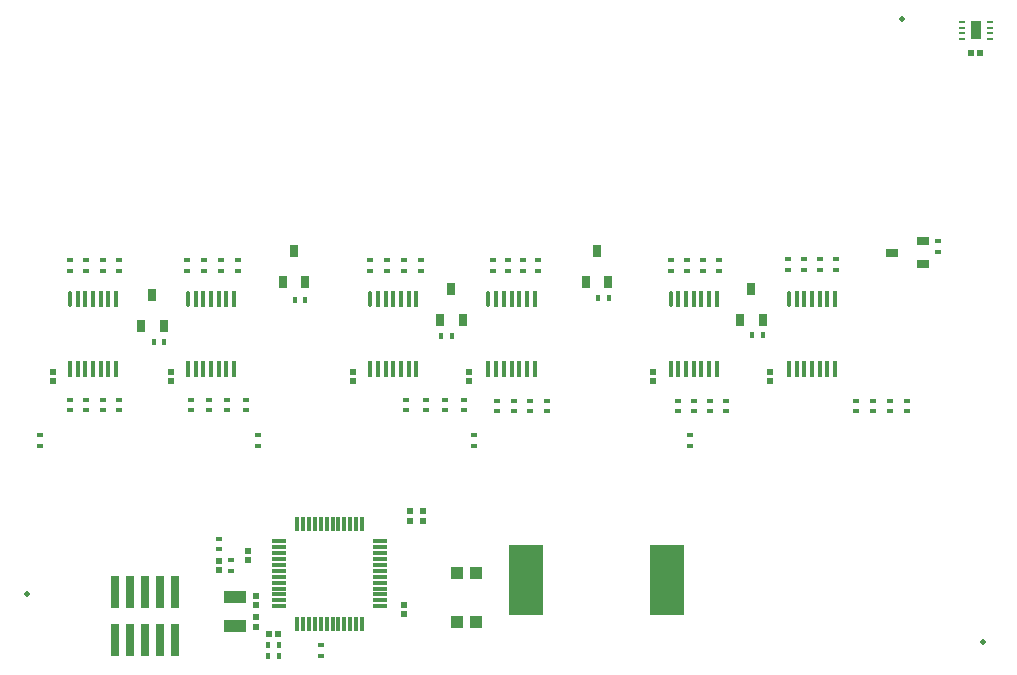
<source format=gbp>
G04*
G04 #@! TF.GenerationSoftware,Altium Limited,Altium Designer,23.9.2 (47)*
G04*
G04 Layer_Color=128*
%FSLAX44Y44*%
%MOMM*%
G71*
G04*
G04 #@! TF.SameCoordinates,77EFA038-BFC7-4AA8-AC78-54DD78BCB62B*
G04*
G04*
G04 #@! TF.FilePolarity,Positive*
G04*
G01*
G75*
%ADD10C,0.5000*%
%ADD29R,0.4500X0.5500*%
%ADD30R,0.7000X1.0000*%
%ADD31R,0.5500X0.4500*%
%ADD32R,1.0000X0.7000*%
%ADD33R,0.5500X0.2500*%
%ADD35R,0.5200X0.5200*%
%ADD36R,0.5200X0.5200*%
%ADD37R,0.3500X1.2000*%
%ADD38R,1.2000X0.3500*%
%ADD39R,0.6500X2.7700*%
%ADD40R,1.9000X1.1000*%
%ADD41R,1.0000X1.0000*%
%ADD42R,0.3500X1.4500*%
%ADD43O,0.3500X1.4500*%
%ADD44R,3.0000X6.0000*%
%ADD62R,0.9000X1.6000*%
D10*
X756000Y547000D02*
D03*
X14924Y60000D02*
D03*
X824000Y19000D02*
D03*
D29*
X498396Y310666D02*
D03*
X507396D02*
D03*
X365500Y278000D02*
D03*
X374500D02*
D03*
X629000Y279000D02*
D03*
X638000D02*
D03*
X241418Y308920D02*
D03*
X250418D02*
D03*
X122000Y273000D02*
D03*
X131000D02*
D03*
X219208Y16684D02*
D03*
X228208D02*
D03*
X219208Y7684D02*
D03*
X228208D02*
D03*
D30*
X121000Y313000D02*
D03*
X130500Y287000D02*
D03*
X111500D02*
D03*
X241000Y350000D02*
D03*
X250500Y324000D02*
D03*
X231500D02*
D03*
X497500Y350000D02*
D03*
X507000Y324000D02*
D03*
X488000D02*
D03*
X374000Y318000D02*
D03*
X383500Y292000D02*
D03*
X364500D02*
D03*
X628000Y318000D02*
D03*
X637500Y292000D02*
D03*
X618500D02*
D03*
D31*
X786000Y349500D02*
D03*
Y358500D02*
D03*
X26000Y194500D02*
D03*
Y185500D02*
D03*
X177137Y106639D02*
D03*
Y97639D02*
D03*
X187431Y79500D02*
D03*
Y88500D02*
D03*
X264000Y7500D02*
D03*
Y16500D02*
D03*
X51000Y342500D02*
D03*
Y333500D02*
D03*
X65000Y342500D02*
D03*
Y333500D02*
D03*
X79000Y342500D02*
D03*
Y333500D02*
D03*
X93000Y342500D02*
D03*
Y333500D02*
D03*
X150000Y342500D02*
D03*
Y333500D02*
D03*
X164333Y342500D02*
D03*
Y333500D02*
D03*
X178667Y342500D02*
D03*
Y333500D02*
D03*
X193000Y342500D02*
D03*
Y333500D02*
D03*
X305000Y342500D02*
D03*
Y333500D02*
D03*
X319333Y342500D02*
D03*
Y333500D02*
D03*
X333667Y342500D02*
D03*
Y333500D02*
D03*
X348000Y342500D02*
D03*
Y333500D02*
D03*
X409000Y342500D02*
D03*
Y333500D02*
D03*
X421667Y342500D02*
D03*
Y333500D02*
D03*
X434333Y342500D02*
D03*
Y333500D02*
D03*
X447000Y342500D02*
D03*
Y333500D02*
D03*
X51000Y215500D02*
D03*
Y224500D02*
D03*
X65000Y215500D02*
D03*
Y224500D02*
D03*
X79000Y215500D02*
D03*
Y224500D02*
D03*
X93000Y215500D02*
D03*
Y224500D02*
D03*
X153217Y215500D02*
D03*
Y224500D02*
D03*
X168811Y215500D02*
D03*
Y224500D02*
D03*
X184405Y215500D02*
D03*
Y224500D02*
D03*
X200000Y215500D02*
D03*
Y224500D02*
D03*
X210000Y194500D02*
D03*
Y185500D02*
D03*
X336000Y215500D02*
D03*
Y224500D02*
D03*
X352333Y215500D02*
D03*
Y224500D02*
D03*
X368667Y215500D02*
D03*
Y224500D02*
D03*
X385000Y215500D02*
D03*
Y224500D02*
D03*
X393000Y194500D02*
D03*
Y185500D02*
D03*
X413000Y214500D02*
D03*
Y223500D02*
D03*
X427000Y214500D02*
D03*
Y223500D02*
D03*
X441000Y214500D02*
D03*
Y223500D02*
D03*
X455000Y214500D02*
D03*
Y223500D02*
D03*
X560000Y342500D02*
D03*
Y333500D02*
D03*
X573667Y342500D02*
D03*
Y333500D02*
D03*
X587333Y342500D02*
D03*
Y333500D02*
D03*
X601000Y342500D02*
D03*
Y333500D02*
D03*
X659000Y343500D02*
D03*
Y334500D02*
D03*
X672667Y343500D02*
D03*
Y334500D02*
D03*
X686333Y343500D02*
D03*
Y334500D02*
D03*
X700000Y343500D02*
D03*
Y334500D02*
D03*
X566000Y214500D02*
D03*
Y223500D02*
D03*
X579667Y214500D02*
D03*
Y223500D02*
D03*
X593333Y214500D02*
D03*
Y223500D02*
D03*
X607000Y214500D02*
D03*
Y223500D02*
D03*
X576000Y194500D02*
D03*
Y185500D02*
D03*
X717000Y214500D02*
D03*
Y223500D02*
D03*
X731333Y214500D02*
D03*
Y223500D02*
D03*
X745667Y214500D02*
D03*
Y223500D02*
D03*
X760000Y214500D02*
D03*
Y223500D02*
D03*
D32*
X747000Y349000D02*
D03*
X773000Y358500D02*
D03*
Y339500D02*
D03*
D33*
X829750Y544500D02*
D03*
Y539500D02*
D03*
Y534500D02*
D03*
Y529500D02*
D03*
X806250D02*
D03*
Y534500D02*
D03*
Y539500D02*
D03*
Y544500D02*
D03*
D35*
X822000Y518000D02*
D03*
X814000D02*
D03*
X227708Y25684D02*
D03*
X219708D02*
D03*
D36*
X334000Y43000D02*
D03*
Y51000D02*
D03*
X177137Y79850D02*
D03*
Y87850D02*
D03*
X201941Y88403D02*
D03*
Y96403D02*
D03*
X208414Y58459D02*
D03*
Y50459D02*
D03*
X208299Y32208D02*
D03*
Y40209D02*
D03*
X339000Y122000D02*
D03*
Y130000D02*
D03*
X350000Y122000D02*
D03*
Y130000D02*
D03*
X37000Y240000D02*
D03*
Y248000D02*
D03*
X136618Y240000D02*
D03*
Y248000D02*
D03*
X291000Y240000D02*
D03*
Y248000D02*
D03*
X389000Y240000D02*
D03*
Y248000D02*
D03*
X545180Y240000D02*
D03*
Y248000D02*
D03*
X644000Y240000D02*
D03*
Y248000D02*
D03*
D37*
X243500Y34500D02*
D03*
X248500D02*
D03*
X253500D02*
D03*
X258500D02*
D03*
X263500D02*
D03*
X268500D02*
D03*
X273500D02*
D03*
X278500D02*
D03*
X283500D02*
D03*
X288500D02*
D03*
X293500D02*
D03*
X298500D02*
D03*
Y119500D02*
D03*
X293500D02*
D03*
X288500D02*
D03*
X283500D02*
D03*
X278500D02*
D03*
X273500D02*
D03*
X268500D02*
D03*
X263500D02*
D03*
X258500D02*
D03*
X253500D02*
D03*
X248500D02*
D03*
X243500D02*
D03*
D38*
X313500Y49500D02*
D03*
Y54500D02*
D03*
Y59500D02*
D03*
Y64500D02*
D03*
Y69500D02*
D03*
Y74500D02*
D03*
Y79500D02*
D03*
Y84500D02*
D03*
Y89500D02*
D03*
Y94500D02*
D03*
Y99500D02*
D03*
Y104500D02*
D03*
X228500D02*
D03*
Y99500D02*
D03*
Y94500D02*
D03*
Y89500D02*
D03*
Y84500D02*
D03*
Y79500D02*
D03*
Y74500D02*
D03*
Y69500D02*
D03*
Y64500D02*
D03*
Y59500D02*
D03*
Y54500D02*
D03*
Y49500D02*
D03*
D39*
X89200Y61300D02*
D03*
X101900D02*
D03*
X114600D02*
D03*
X127300D02*
D03*
X140000D02*
D03*
Y21000D02*
D03*
X127300D02*
D03*
X114600D02*
D03*
X101900D02*
D03*
X89200D02*
D03*
D40*
X191000Y32500D02*
D03*
Y57500D02*
D03*
D41*
X379000Y78000D02*
D03*
Y36000D02*
D03*
X395000Y78000D02*
D03*
Y36000D02*
D03*
D42*
X90180Y250500D02*
D03*
X83680D02*
D03*
X77180D02*
D03*
X70680D02*
D03*
X64180D02*
D03*
X57680D02*
D03*
X51180D02*
D03*
X90180Y309500D02*
D03*
X83680D02*
D03*
X77180D02*
D03*
X70680D02*
D03*
X64180D02*
D03*
X57680D02*
D03*
X190180Y250500D02*
D03*
X183680D02*
D03*
X177180D02*
D03*
X170680D02*
D03*
X164180D02*
D03*
X157680D02*
D03*
X151180D02*
D03*
X190180Y309500D02*
D03*
X183680D02*
D03*
X177180D02*
D03*
X170680D02*
D03*
X164180D02*
D03*
X157680D02*
D03*
X344500Y250500D02*
D03*
X338000D02*
D03*
X331500D02*
D03*
X325000D02*
D03*
X318500D02*
D03*
X312000D02*
D03*
X305500D02*
D03*
X344500Y309500D02*
D03*
X338000D02*
D03*
X331500D02*
D03*
X325000D02*
D03*
X318500D02*
D03*
X312000D02*
D03*
X444500Y250500D02*
D03*
X438000D02*
D03*
X431500D02*
D03*
X425000D02*
D03*
X418500D02*
D03*
X412000D02*
D03*
X405500D02*
D03*
X444500Y309500D02*
D03*
X438000D02*
D03*
X431500D02*
D03*
X425000D02*
D03*
X418500D02*
D03*
X412000D02*
D03*
X598820Y250500D02*
D03*
X592320D02*
D03*
X585820D02*
D03*
X579320D02*
D03*
X572820D02*
D03*
X566320D02*
D03*
X559820D02*
D03*
X598820Y309500D02*
D03*
X592320D02*
D03*
X585820D02*
D03*
X579320D02*
D03*
X572820D02*
D03*
X566320D02*
D03*
X698820Y250500D02*
D03*
X692320D02*
D03*
X685820D02*
D03*
X679320D02*
D03*
X672820D02*
D03*
X666320D02*
D03*
X659820D02*
D03*
X698820Y309500D02*
D03*
X692320D02*
D03*
X685820D02*
D03*
X679320D02*
D03*
X672820D02*
D03*
X666320D02*
D03*
D43*
X51180D02*
D03*
X151180D02*
D03*
X305500D02*
D03*
X405500D02*
D03*
X559820D02*
D03*
X659820D02*
D03*
D44*
X557000Y72000D02*
D03*
X437000D02*
D03*
D62*
X818000Y537000D02*
D03*
M02*

</source>
